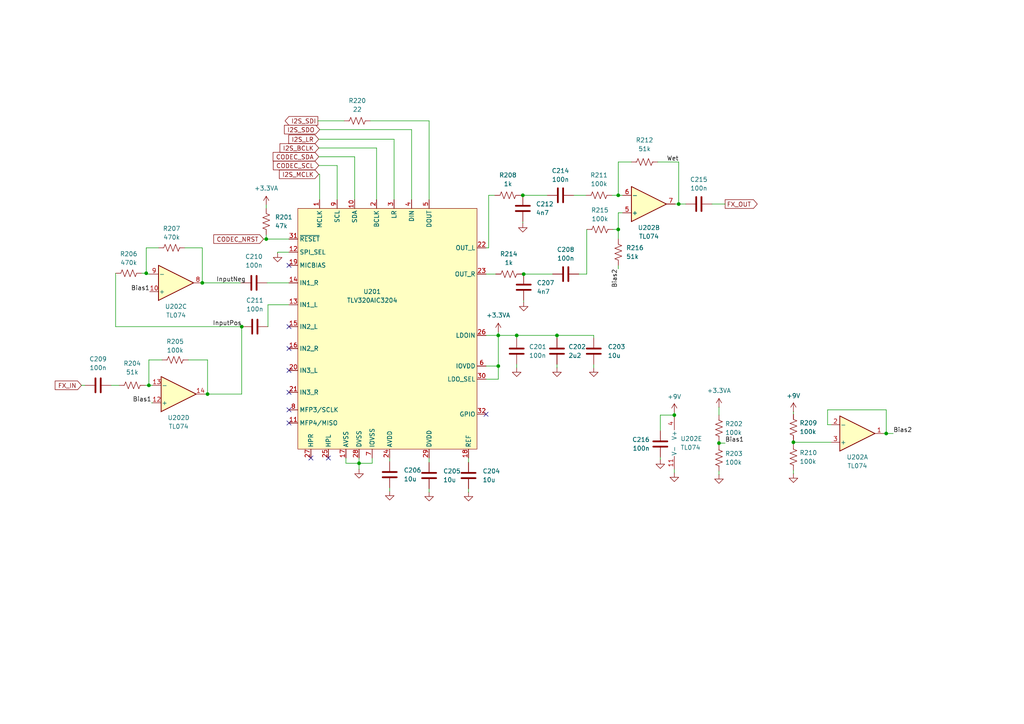
<source format=kicad_sch>
(kicad_sch (version 20231120) (generator "eeschema") (generator_version "8.0")
  (paper "A4")
  (lib_symbols
    (symbol "Amplifier_Operational:TL074" (pin_names (offset 0.127))
      (property "Reference" "U" (at 0 5.08 0))
      (property "Value" "TL074" (at 0 -5.08 0))
      (symbol "TL074_1_1"
        (polyline (pts (xy -5.08 5.08) (xy 5.08 0) (xy -5.08 -5.08) (xy -5.08 5.08)) (stroke (width 0.254)) (fill (type background)))
        (pin output line (at 7.62 0 180) (length 2.54) (name "~") (number "1"))
        (pin input line (at -7.62 -2.54 0) (length 2.54) (name "-") (number "2"))
        (pin input line (at -7.62 2.54 0) (length 2.54) (name "+") (number "3"))
      )
      (symbol "TL074_2_1"
        (polyline (pts (xy -5.08 5.08) (xy 5.08 0) (xy -5.08 -5.08) (xy -5.08 5.08)) (stroke (width 0.254)) (fill (type background)))
        (pin input line (at -7.62 2.54 0) (length 2.54) (name "+") (number "5"))
        (pin input line (at -7.62 -2.54 0) (length 2.54) (name "-") (number "6"))
        (pin output line (at 7.62 0 180) (length 2.54) (name "~") (number "7"))
      )
      (symbol "TL074_3_1"
        (polyline (pts (xy -5.08 5.08) (xy 5.08 0) (xy -5.08 -5.08) (xy -5.08 5.08)) (stroke (width 0.254)) (fill (type background)))
        (pin input line (at -7.62 2.54 0) (length 2.54) (name "+") (number "10"))
        (pin output line (at 7.62 0 180) (length 2.54) (name "~") (number "8"))
        (pin input line (at -7.62 -2.54 0) (length 2.54) (name "-") (number "9"))
      )
      (symbol "TL074_4_1"
        (polyline (pts (xy -5.08 5.08) (xy 5.08 0) (xy -5.08 -5.08) (xy -5.08 5.08)) (stroke (width 0.254)) (fill (type background)))
        (pin input line (at -7.62 2.54 0) (length 2.54) (name "+") (number "12"))
        (pin input line (at -7.62 -2.54 0) (length 2.54) (name "-") (number "13"))
        (pin output line (at 7.62 0 180) (length 2.54) (name "~") (number "14"))
      )
      (symbol "TL074_5_1"
        (pin power_in line (at -2.54 -7.62 90) (length 3.81) (name "V-") (number "11"))
        (pin power_in line (at -2.54 7.62 270) (length 3.81) (name "V+") (number "4"))
      )
    )
    (symbol "Audio:TLV320AIC3204"
      (property "Reference" "U" (at 0 0 0))
      (property "Value" "TLV320AIC3204" (at 0 -2.794 0))
      (symbol "TLV320AIC3204_1_1"
        (rectangle (start -21.55 25.4) (end 30.4 -44.4) (fill (type background)))
        (pin input line (at -15.24 27.94 270) (length 2.54) (name "MCLK") (number "1"))
        (pin input line (at -5.08 27.94 270) (length 2.54) (name "SDA") (number "10"))
        (pin output line (at -24.13 -36.83 0) (length 2.54) (name "MFP4/MISO") (number "11"))
        (pin input line (at -24.13 12.7 0) (length 2.54) (name "SPI_SEL") (number "12"))
        (pin input line (at -24.13 -2.54 0) (length 2.54) (name "IN1_L") (number "13"))
        (pin input line (at -24.13 3.81 0) (length 2.54) (name "IN1_R") (number "14"))
        (pin input line (at -24.13 -8.89 0) (length 2.54) (name "IN2_L") (number "15"))
        (pin input line (at -24.13 -15.24 0) (length 2.54) (name "IN2_R") (number "16"))
        (pin power_in line (at -7.62 -46.99 90) (length 2.54) (name "AVSS") (number "17"))
        (pin output line (at 27.94 -46.99 90) (length 2.54) (name "REF") (number "18"))
        (pin output line (at -24.13 8.89 0) (length 2.54) (name "MICBIAS") (number "19"))
        (pin input line (at 1.27 27.94 270) (length 2.54) (name "BCLK") (number "2"))
        (pin input line (at -24.13 -21.59 0) (length 2.54) (name "IN3_L") (number "20"))
        (pin input line (at -24.13 -27.94 0) (length 2.54) (name "IN3_R") (number "21"))
        (pin output line (at 33.02 13.97 180) (length 2.54) (name "OUT_L") (number "22"))
        (pin output line (at 33.02 6.35 180) (length 2.54) (name "OUT_R") (number "23"))
        (pin power_in line (at 5.08 -46.99 90) (length 2.54) (name "AVDD") (number "24"))
        (pin output line (at -12.7 -46.99 90) (length 2.54) (name "HPL") (number "25"))
        (pin power_in line (at 33.02 -11.43 180) (length 2.54) (name "LDOIN") (number "26"))
        (pin input line (at -17.78 -46.99 90) (length 2.54) (name "HPR") (number "27"))
        (pin power_in line (at -3.81 -46.99 90) (length 2.54) (name "DVSS") (number "28"))
        (pin power_in line (at 16.51 -46.99 90) (length 2.54) (name "DVDD") (number "29"))
        (pin input line (at 6.35 27.94 270) (length 2.54) (name "LR") (number "3"))
        (pin input line (at 33.02 -24.13 180) (length 2.54) (name "LDO_SEL") (number "30"))
        (pin input line (at -24.13 16.51 0) (length 2.54) (name "~{RESET}") (number "31"))
        (pin unspecified line (at 33.02 -34.29 180) (length 2.54) (name "GPIO") (number "32"))
        (pin input line (at -3.81 -46.99 90) (length 2.54) hide (name "TP") (number "33"))
        (pin input line (at 11.43 27.94 270) (length 2.54) (name "DIN") (number "4"))
        (pin output line (at 16.51 27.94 270) (length 2.54) (name "DOUT") (number "5"))
        (pin power_in line (at 33.02 -20.32 180) (length 2.54) (name "IOVDD") (number "6"))
        (pin power_in line (at 0 -46.99 90) (length 2.54) (name "IOVSS") (number "7"))
        (pin input line (at -24.13 -33.02 0) (length 2.54) (name "MFP3/SCLK") (number "8"))
        (pin input line (at -10.16 27.94 270) (length 2.54) (name "SCL") (number "9"))
      )
    )
    (symbol "Device:C" (pin_numbers hide) (pin_names (offset 0.254))
      (property "Reference" "C" (at 0.635 2.54 0))
      (property "Value" "C" (at 0.635 -2.54 0))
      (symbol "C_0_1"
        (polyline (pts (xy -2.032 -0.762) (xy 2.032 -0.762)) (stroke (width 0.508)))
        (polyline (pts (xy -2.032 0.762) (xy 2.032 0.762)) (stroke (width 0.508)))
      )
      (symbol "C_1_1"
        (pin passive line (at 0 3.81 270) (length 2.794) (name "~") (number "1"))
        (pin passive line (at 0 -3.81 90) (length 2.794) (name "~") (number "2"))
      )
    )
    (symbol "Device:R_US" (pin_numbers hide) (pin_names (offset 0))
      (property "Reference" "R" (at 2.54 0 90))
      (property "Value" "R_US" (at -2.54 0 90))
      (symbol "R_US_0_1"
        (polyline (pts (xy 0 -2.286) (xy 0 -2.54)))
        (polyline (pts (xy 0 2.286) (xy 0 2.54)))
        (polyline (pts (xy 0 -0.762) (xy 1.016 -1.143) (xy 0 -1.524) (xy -1.016 -1.905) (xy 0 -2.286)))
        (polyline (pts (xy 0 0.762) (xy 1.016 0.381) (xy 0 0) (xy -1.016 -0.381) (xy 0 -0.762)))
        (polyline (pts (xy 0 2.286) (xy 1.016 1.905) (xy 0 1.524) (xy -1.016 1.143) (xy 0 0.762)))
      )
      (symbol "R_US_1_1"
        (pin passive line (at 0 3.81 270) (length 1.27) (name "~") (number "1"))
        (pin passive line (at 0 -3.81 90) (length 1.27) (name "~") (number "2"))
      )
    )
    (symbol "power:+3.3VA" (power) (pin_numbers hide) (pin_names (offset 0) hide)
      (property "Value" "+3.3VA" (at 0 3.556 0))
      (symbol "+3.3VA_0_1"
        (polyline (pts (xy -0.762 1.27) (xy 0 2.54)))
        (polyline (pts (xy 0 0) (xy 0 2.54)))
        (polyline (pts (xy 0 2.54) (xy 0.762 1.27)))
      )
      (symbol "+3.3VA_1_1"
        (pin power_in line (at 0 0 90) (length 0) (name "~") (number "1"))
      )
    )
    (symbol "power:+9V" (power) (pin_numbers hide) (pin_names (offset 0) hide)
      (property "Value" "+9V" (at 0 3.556 0))
      (symbol "+9V_0_1"
        (polyline (pts (xy -0.762 1.27) (xy 0 2.54)))
        (polyline (pts (xy 0 0) (xy 0 2.54)))
        (polyline (pts (xy 0 2.54) (xy 0.762 1.27)))
      )
      (symbol "+9V_1_1"
        (pin power_in line (at 0 0 90) (length 0) (name "~") (number "1"))
      )
    )
    (symbol "power:GND" (power) (pin_numbers hide) (pin_names (offset 0) hide)
      (symbol "GND_0_1"
        (polyline (pts (xy 0 0) (xy 0 -1.27) (xy 1.27 -1.27) (xy 0 -2.54) (xy -1.27 -1.27) (xy 0 -1.27)))
      )
      (symbol "GND_1_1"
        (pin power_in line (at 0 0 270) (length 0) (name "~") (number "1"))
      )
    )
  )
  (junction (at 161.544 97.282))
  (junction (at 179.324 66.548))
  (junction (at 179.324 56.642))
  (junction (at 195.58 120.396))
  (junction (at 257.048 125.73))
  (junction (at 196.85 59.182))
  (junction (at 70.104 94.742))
  (junction (at 60.198 114.3))
  (junction (at 104.14 134.366))
  (junction (at 77.216 69.342))
  (junction (at 144.526 106.172))
  (junction (at 43.18 111.76))
  (junction (at 151.638 56.642))
  (junction (at 151.892 79.502))
  (junction (at 42.418 79.248))
  (junction (at 144.526 97.282))
  (junction (at 58.674 82.042))
  (junction (at 149.86 97.282))
  (junction (at 230.124 128.27))
  (junction (at 208.534 128.524))
  (no_connect (at 83.82 118.872))
  (no_connect (at 83.82 113.792))
  (no_connect (at 140.97 120.142))
  (no_connect (at 90.17 132.842))
  (no_connect (at 83.82 107.442))
  (no_connect (at 83.82 94.742))
  (no_connect (at 95.25 132.842))
  (no_connect (at 83.82 101.092))
  (no_connect (at 83.82 122.682))
  (no_connect (at 83.82 76.962))
  (wire (pts (xy 144.526 106.172) (xy 144.526 97.282)))
  (wire (pts (xy 177.8 66.548) (xy 179.324 66.548)))
  (wire (pts (xy 179.324 66.548) (xy 179.324 69.342)))
  (wire (pts (xy 92.456 50.546) (xy 92.71 50.546)))
  (wire (pts (xy 191.516 124.968) (xy 191.516 120.396)))
  (wire (pts (xy 109.22 42.926) (xy 109.22 57.912)))
  (wire (pts (xy 102.87 45.466) (xy 102.87 57.912)))
  (wire (pts (xy 177.546 56.642) (xy 179.324 56.642)))
  (wire (pts (xy 141.732 71.882) (xy 140.97 71.882)))
  (wire (pts (xy 240.03 123.19) (xy 240.03 118.872)))
  (wire (pts (xy 100.33 134.366) (xy 104.14 134.366)))
  (wire (pts (xy 208.534 136.652) (xy 208.534 137.668)))
  (wire (pts (xy 230.124 119.38) (xy 230.124 120.142)))
  (wire (pts (xy 179.324 56.642) (xy 180.594 56.642)))
  (wire (pts (xy 195.58 120.396) (xy 195.58 120.904)))
  (wire (pts (xy 208.534 128.524) (xy 210.312 128.524)))
  (wire (pts (xy 70.104 114.3) (xy 70.104 94.742)))
  (wire (pts (xy 241.046 123.19) (xy 240.03 123.19)))
  (wire (pts (xy 144.526 96.266) (xy 144.526 97.282)))
  (wire (pts (xy 77.216 69.342) (xy 77.216 68.072)))
  (wire (pts (xy 119.38 37.592) (xy 119.38 57.912)))
  (wire (pts (xy 151.384 79.502) (xy 151.892 79.502)))
  (wire (pts (xy 166.37 56.642) (xy 169.926 56.642)))
  (wire (pts (xy 230.124 128.27) (xy 241.046 128.27)))
  (wire (pts (xy 43.18 111.76) (xy 44.196 111.76)))
  (wire (pts (xy 151.13 56.642) (xy 151.638 56.642)))
  (wire (pts (xy 140.97 79.502) (xy 143.764 79.502)))
  (wire (pts (xy 151.638 56.642) (xy 158.75 56.642)))
  (wire (pts (xy 179.324 46.99) (xy 179.324 56.642)))
  (wire (pts (xy 179.324 76.962) (xy 179.324 77.978)))
  (wire (pts (xy 32.258 111.76) (xy 34.544 111.76)))
  (wire (pts (xy 54.61 104.394) (xy 60.198 104.394)))
  (wire (pts (xy 257.048 118.872) (xy 257.048 125.73)))
  (wire (pts (xy 144.526 109.982) (xy 144.526 106.172)))
  (wire (pts (xy 97.79 48.006) (xy 97.79 57.912)))
  (wire (pts (xy 113.03 132.842) (xy 113.03 133.858)))
  (wire (pts (xy 208.534 128.016) (xy 208.534 128.524)))
  (wire (pts (xy 135.89 132.842) (xy 135.89 134.112)))
  (wire (pts (xy 107.95 134.366) (xy 104.14 134.366)))
  (wire (pts (xy 76.454 69.342) (xy 77.216 69.342)))
  (wire (pts (xy 141.732 56.642) (xy 143.51 56.642)))
  (wire (pts (xy 83.82 88.392) (xy 77.724 88.392)))
  (wire (pts (xy 92.456 40.386) (xy 114.3 40.386)))
  (wire (pts (xy 149.86 98.044) (xy 149.86 97.282)))
  (wire (pts (xy 195.58 136.144) (xy 195.58 137.16)))
  (wire (pts (xy 45.974 71.882) (xy 42.418 71.882)))
  (wire (pts (xy 113.03 141.478) (xy 113.03 142.494)))
  (wire (pts (xy 230.124 128.27) (xy 230.124 128.778)))
  (wire (pts (xy 80.518 73.406) (xy 80.518 73.152)))
  (wire (pts (xy 92.456 42.926) (xy 109.22 42.926)))
  (wire (pts (xy 161.544 97.282) (xy 149.86 97.282)))
  (wire (pts (xy 58.674 71.882) (xy 58.674 82.042)))
  (wire (pts (xy 206.502 59.182) (xy 210.312 59.182)))
  (wire (pts (xy 92.202 35.052) (xy 99.822 35.052)))
  (wire (pts (xy 107.95 132.842) (xy 107.95 134.366)))
  (wire (pts (xy 92.456 45.466) (xy 102.87 45.466)))
  (wire (pts (xy 196.85 59.182) (xy 198.882 59.182)))
  (wire (pts (xy 77.216 59.436) (xy 77.216 60.452)))
  (wire (pts (xy 170.18 79.502) (xy 167.894 79.502)))
  (wire (pts (xy 172.212 97.282) (xy 161.544 97.282)))
  (wire (pts (xy 140.97 106.172) (xy 144.526 106.172)))
  (wire (pts (xy 179.324 66.548) (xy 179.324 61.722)))
  (wire (pts (xy 92.71 50.546) (xy 92.71 57.912)))
  (wire (pts (xy 170.18 66.548) (xy 170.18 79.502)))
  (wire (pts (xy 100.33 132.842) (xy 100.33 134.366)))
  (wire (pts (xy 43.18 104.394) (xy 43.18 111.76)))
  (wire (pts (xy 42.418 71.882) (xy 42.418 79.248)))
  (wire (pts (xy 33.528 79.248) (xy 33.528 94.742)))
  (wire (pts (xy 124.46 141.732) (xy 124.46 142.748)))
  (wire (pts (xy 140.97 109.982) (xy 144.526 109.982)))
  (wire (pts (xy 60.198 114.3) (xy 70.104 114.3)))
  (wire (pts (xy 179.324 61.722) (xy 180.594 61.722)))
  (wire (pts (xy 53.594 71.882) (xy 58.674 71.882)))
  (wire (pts (xy 77.724 88.392) (xy 77.724 94.742)))
  (wire (pts (xy 195.58 119.634) (xy 195.58 120.396)))
  (wire (pts (xy 149.86 105.664) (xy 149.86 106.68)))
  (wire (pts (xy 124.46 132.842) (xy 124.46 134.112)))
  (wire (pts (xy 42.418 79.502) (xy 42.418 79.248)))
  (wire (pts (xy 104.14 132.842) (xy 104.14 134.366)))
  (wire (pts (xy 230.124 136.398) (xy 230.124 137.414)))
  (wire (pts (xy 161.544 97.282) (xy 161.544 98.044)))
  (wire (pts (xy 107.442 35.052) (xy 124.46 35.052)))
  (wire (pts (xy 92.456 48.006) (xy 97.79 48.006)))
  (wire (pts (xy 144.526 97.282) (xy 140.97 97.282)))
  (wire (pts (xy 230.124 127.762) (xy 230.124 128.27)))
  (wire (pts (xy 141.732 56.642) (xy 141.732 71.882)))
  (wire (pts (xy 183.134 46.99) (xy 179.324 46.99)))
  (wire (pts (xy 114.3 40.386) (xy 114.3 57.912)))
  (wire (pts (xy 191.516 120.396) (xy 195.58 120.396)))
  (wire (pts (xy 151.638 64.262) (xy 151.638 64.77)))
  (wire (pts (xy 172.212 105.664) (xy 172.212 106.68)))
  (wire (pts (xy 42.418 79.502) (xy 43.434 79.502)))
  (wire (pts (xy 42.164 111.76) (xy 43.18 111.76)))
  (wire (pts (xy 83.82 69.342) (xy 77.216 69.342)))
  (wire (pts (xy 190.754 46.99) (xy 196.85 46.99)))
  (wire (pts (xy 257.048 125.73) (xy 256.286 125.73)))
  (wire (pts (xy 58.674 82.042) (xy 69.85 82.042)))
  (wire (pts (xy 135.89 141.732) (xy 135.89 142.748)))
  (wire (pts (xy 151.892 87.122) (xy 151.892 87.63)))
  (wire (pts (xy 33.528 94.742) (xy 70.104 94.742)))
  (wire (pts (xy 240.03 118.872) (xy 257.048 118.872)))
  (wire (pts (xy 46.99 104.394) (xy 43.18 104.394)))
  (wire (pts (xy 41.148 79.248) (xy 42.418 79.248)))
  (wire (pts (xy 151.892 79.502) (xy 160.274 79.502)))
  (wire (pts (xy 191.516 132.588) (xy 191.516 133.35)))
  (wire (pts (xy 196.85 46.99) (xy 196.85 59.182)))
  (wire (pts (xy 257.048 125.73) (xy 259.08 125.73)))
  (wire (pts (xy 43.942 116.84) (xy 44.196 116.84)))
  (wire (pts (xy 92.71 37.592) (xy 119.38 37.592)))
  (wire (pts (xy 149.86 97.282) (xy 144.526 97.282)))
  (wire (pts (xy 59.436 114.3) (xy 60.198 114.3)))
  (wire (pts (xy 161.544 105.664) (xy 161.544 106.68)))
  (wire (pts (xy 196.85 59.182) (xy 195.834 59.182)))
  (wire (pts (xy 104.14 134.366) (xy 104.14 136.144)))
  (wire (pts (xy 77.47 82.042) (xy 83.82 82.042)))
  (wire (pts (xy 60.198 104.394) (xy 60.198 114.3)))
  (wire (pts (xy 124.46 35.052) (xy 124.46 57.912)))
  (wire (pts (xy 23.622 111.76) (xy 24.638 111.76)))
  (wire (pts (xy 208.534 118.11) (xy 208.534 120.396)))
  (wire (pts (xy 208.534 128.524) (xy 208.534 129.032)))
  (wire (pts (xy 80.518 73.152) (xy 83.82 73.152)))
  (wire (pts (xy 172.212 98.044) (xy 172.212 97.282)))
  (label "InputNeg" (at 62.738 82.042 0))
  (label "Bias2" (at 259.08 125.73 0))
  (label "InputPos" (at 70.104 94.742 180))
  (label "Bias2" (at 179.324 77.978 270))
  (label "Wet" (at 196.85 46.99 180))
  (label "Bias1" (at 43.434 84.582 180))
  (label "Bias1" (at 210.312 128.524 0))
  (label "Bias1" (at 43.942 116.84 180))
  (global_label "FX_IN" (shape input) (at 23.622 111.76 180) (property "Intersheetrefs" "${INTERSHEET_REFS}" (effects (hide yes))))
  (global_label "CODEC_NRST" (shape input) (at 76.454 69.342 180) (property "Intersheetrefs" "${INTERSHEET_REFS}" (effects (hide yes))))
  (global_label "I2S_MCLK" (shape input) (at 92.456 50.546 180) (property "Intersheetrefs" "${INTERSHEET_REFS}" (effects (hide yes))))
  (global_label "I2S_SDI" (shape output) (at 92.202 35.052 180) (property "Intersheetrefs" "${INTERSHEET_REFS}" (effects (hide yes))))
  (global_label "I2S_LR" (shape input) (at 92.456 40.386 180) (property "Intersheetrefs" "${INTERSHEET_REFS}" (effects (hide yes))))
  (global_label "I2S_BCLK" (shape input) (at 92.456 42.926 180) (property "Intersheetrefs" "${INTERSHEET_REFS}" (effects (hide yes))))
  (global_label "FX_OUT" (shape output) (at 210.312 59.182 0) (property "Intersheetrefs" "${INTERSHEET_REFS}" (effects (hide yes))))
  (global_label "CODEC_SDA" (shape input) (at 92.456 45.466 180) (property "Intersheetrefs" "${INTERSHEET_REFS}" (effects (hide yes))))
  (global_label "I2S_SDO" (shape input) (at 92.71 37.592 180) (property "Intersheetrefs" "${INTERSHEET_REFS}" (effects (hide yes))))
  (global_label "CODEC_SCL" (shape input) (at 92.456 48.006 180) (property "Intersheetrefs" "${INTERSHEET_REFS}" (effects (hide yes))))
  (symbol (lib_id "Device:R_US") (at 147.32 56.642 90) (unit 1)
    (property "Reference" "R208" (at 147.32 50.8 90))
    (property "Value" "1k" (at 147.32 53.34 90))
    (property "Footprint" "Resistor_SMD:R_0805_2012Metric" (effects (hide yes)))
    (property "Description" "Resistor, US symbol" (effects (hide yes)))
  )
  (symbol (lib_id "power:+3.3VA") (at 208.534 118.11 0) (unit 1)
    (property "Reference" "#PWR0213" (effects (hide yes)))
    (property "Value" "+3.3VA" (at 208.534 113.284 0))
    (property "Description" "Power symbol creates a global label with name \"+3.3VA\"" (effects (hide yes)))
  )
  (symbol (lib_id "power:GND") (at 195.58 137.16 0) (unit 1)
    (property "Reference" "#PWR0224" (effects (hide yes)))
    (property "Value" "GND" (effects (hide yes)))
    (property "Description" "Power symbol creates a global label with name \"GND\" , ground" (effects (hide yes)))
  )
  (symbol (lib_id "Device:R_US") (at 37.338 79.248 90) (unit 1)
    (property "Reference" "R206" (at 37.338 73.66 90))
    (property "Value" "470k" (at 37.338 76.2 90))
    (property "Footprint" "Resistor_SMD:R_0805_2012Metric" (effects (hide yes)))
    (property "Description" "Resistor, US symbol" (effects (hide yes)))
  )
  (symbol (lib_id "power:GND") (at 149.86 106.68 0) (unit 1)
    (property "Reference" "#PWR0202" (effects (hide yes)))
    (property "Value" "GND" (effects (hide yes)))
    (property "Description" "Power symbol creates a global label with name \"GND\" , ground" (effects (hide yes)))
  )
  (symbol (lib_id "Audio:TLV320AIC3204") (at 107.95 85.852 0) (unit 1)
    (property "Reference" "U201" (at 107.95 84.582 0))
    (property "Value" "TLV320AIC3204" (at 107.95 87.122 0))
    (property "Footprint" "Package_DFN_QFN:VQFN-32-1EP_5x5mm_P0.5mm_EP3.1x3.1mm" (effects (hide yes)))
  )
  (symbol (lib_id "power:+3.3VA") (at 77.216 59.436 0) (unit 1)
    (property "Reference" "#PWR0209" (effects (hide yes)))
    (property "Value" "+3.3VA" (at 77.216 54.61 0))
    (property "Description" "Power symbol creates a global label with name \"+3.3VA\"" (effects (hide yes)))
  )
  (symbol (lib_id "Device:C") (at 113.03 137.668 0) (unit 1)
    (property "Reference" "C206" (at 117.094 136.3979 0) (effects (justify left)))
    (property "Value" "10u" (at 117.094 138.9379 0) (effects (justify left)))
    (property "Footprint" "Capacitor_SMD:C_0805_2012Metric" (effects (hide yes)))
    (property "Description" "Unpolarized capacitor" (effects (hide yes)))
  )
  (symbol (lib_id "Device:R_US") (at 49.784 71.882 90) (unit 1)
    (property "Reference" "R207" (at 49.784 66.294 90))
    (property "Value" "470k" (at 49.784 68.834 90))
    (property "Footprint" "Resistor_SMD:R_0805_2012Metric" (effects (hide yes)))
    (property "Description" "Resistor, US symbol" (effects (hide yes)))
  )
  (symbol (lib_id "Device:R_US") (at 38.354 111.76 90) (unit 1)
    (property "Reference" "R204" (at 38.354 105.41 90))
    (property "Value" "51k" (at 38.354 107.95 90))
    (property "Footprint" "Resistor_SMD:R_0805_2012Metric" (effects (hide yes)))
    (property "Description" "Resistor, US symbol" (effects (hide yes)))
  )
  (symbol (lib_id "Device:C") (at 124.46 137.922 0) (unit 1)
    (property "Reference" "C205" (at 128.524 136.6519 0) (effects (justify left)))
    (property "Value" "10u" (at 128.524 139.1919 0) (effects (justify left)))
    (property "Footprint" "Capacitor_SMD:C_0805_2012Metric" (effects (hide yes)))
    (property "Description" "Unpolarized capacitor" (effects (hide yes)))
  )
  (symbol (lib_id "Amplifier_Operational:TL074") (at 51.054 82.042 0) (mirror x) (unit 3)
    (property "Reference" "U202" (at 51.054 88.9 0))
    (property "Value" "TL074" (at 51.054 91.44 0))
    (property "Footprint" "Package_SO:SOIC-14_3.9x8.7mm_P1.27mm" (effects (hide yes)))
    (property "Datasheet" "http://www.ti.com/lit/ds/symlink/tl071.pdf" (effects (hide yes)))
    (property "Description" "Quad Low-Noise JFET-Input Operational Amplifiers, DIP-14/SOIC-14" (effects (hide yes)))
  )
  (symbol (lib_id "Device:C") (at 161.544 101.854 0) (unit 1)
    (property "Reference" "C202" (at 164.846 100.5839 0) (effects (justify left)))
    (property "Value" "2u2" (at 164.846 103.1239 0) (effects (justify left)))
    (property "Footprint" "Capacitor_SMD:C_0805_2012Metric" (effects (hide yes)))
    (property "Description" "Unpolarized capacitor" (effects (hide yes)))
  )
  (symbol (lib_id "power:+3.3VA") (at 144.526 96.266 0) (unit 1)
    (property "Reference" "#PWR0201" (effects (hide yes)))
    (property "Value" "+3.3VA" (at 144.526 91.44 0))
    (property "Description" "Power symbol creates a global label with name \"+3.3VA\"" (effects (hide yes)))
  )
  (symbol (lib_id "Device:C") (at 28.448 111.76 90) (unit 1)
    (property "Reference" "C209" (at 28.448 104.14 90))
    (property "Value" "100n" (at 28.448 106.68 90))
    (property "Footprint" "Capacitor_SMD:C_0805_2012Metric" (effects (hide yes)))
    (property "Description" "Unpolarized capacitor" (effects (hide yes)))
  )
  (symbol (lib_id "Device:R_US") (at 173.99 66.548 90) (unit 1)
    (property "Reference" "R215" (at 173.99 60.96 90))
    (property "Value" "100k" (at 173.99 63.5 90))
    (property "Footprint" "Resistor_SMD:R_0805_2012Metric" (effects (hide yes)))
    (property "Description" "Resistor, US symbol" (effects (hide yes)))
  )
  (symbol (lib_id "power:+9V") (at 230.124 119.38 0) (unit 1)
    (property "Reference" "#PWR0219" (effects (hide yes)))
    (property "Value" "+9V" (at 230.124 114.808 0))
    (property "Description" "Power symbol creates a global label with name \"+9V\"" (effects (hide yes)))
  )
  (symbol (lib_id "Amplifier_Operational:TL074") (at 51.816 114.3 0) (mirror x) (unit 4)
    (property "Reference" "U202" (at 51.816 121.158 0))
    (property "Value" "TL074" (at 51.816 123.698 0))
    (property "Footprint" "Package_SO:SOIC-14_3.9x8.7mm_P1.27mm" (effects (hide yes)))
    (property "Datasheet" "http://www.ti.com/lit/ds/symlink/tl071.pdf" (effects (hide yes)))
    (property "Description" "Quad Low-Noise JFET-Input Operational Amplifiers, DIP-14/SOIC-14" (effects (hide yes)))
  )
  (symbol (lib_id "Device:C") (at 172.212 101.854 0) (unit 1)
    (property "Reference" "C203" (at 176.276 100.5839 0) (effects (justify left)))
    (property "Value" "10u" (at 176.276 103.1239 0) (effects (justify left)))
    (property "Footprint" "Capacitor_SMD:C_0805_2012Metric" (effects (hide yes)))
    (property "Description" "Unpolarized capacitor" (effects (hide yes)))
  )
  (symbol (lib_id "Device:C") (at 73.914 94.742 90) (unit 1)
    (property "Reference" "C211" (at 73.914 87.122 90))
    (property "Value" "100n" (at 73.914 89.662 90))
    (property "Footprint" "Capacitor_SMD:C_0805_2012Metric" (effects (hide yes)))
    (property "Description" "Unpolarized capacitor" (effects (hide yes)))
  )
  (symbol (lib_id "Device:C") (at 151.892 83.312 0) (unit 1)
    (property "Reference" "C207" (at 155.702 82.0419 0) (effects (justify left)))
    (property "Value" "4n7" (at 155.702 84.5819 0) (effects (justify left)))
    (property "Footprint" "Capacitor_SMD:C_0805_2012Metric" (effects (hide yes)))
    (property "Description" "Unpolarized capacitor" (effects (hide yes)))
  )
  (symbol (lib_id "power:GND") (at 135.89 142.748 0) (unit 1)
    (property "Reference" "#PWR0205" (effects (hide yes)))
    (property "Value" "GND" (effects (hide yes)))
    (property "Description" "Power symbol creates a global label with name \"GND\" , ground" (effects (hide yes)))
  )
  (symbol (lib_id "Device:C") (at 151.638 60.452 0) (unit 1)
    (property "Reference" "C212" (at 155.448 59.1819 0) (effects (justify left)))
    (property "Value" "4n7" (at 155.448 61.7219 0) (effects (justify left)))
    (property "Footprint" "Capacitor_SMD:C_0805_2012Metric" (effects (hide yes)))
    (property "Description" "Unpolarized capacitor" (effects (hide yes)))
  )
  (symbol (lib_id "power:GND") (at 151.892 87.63 0) (unit 1)
    (property "Reference" "#PWR0211" (effects (hide yes)))
    (property "Value" "GND" (effects (hide yes)))
    (property "Description" "Power symbol creates a global label with name \"GND\" , ground" (effects (hide yes)))
  )
  (symbol (lib_id "Device:C") (at 202.692 59.182 90) (unit 1)
    (property "Reference" "C215" (at 202.692 52.07 90))
    (property "Value" "100n" (at 202.692 54.61 90))
    (property "Footprint" "Capacitor_SMD:C_0805_2012Metric" (effects (hide yes)))
    (property "Description" "Unpolarized capacitor" (effects (hide yes)))
  )
  (symbol (lib_id "power:GND") (at 172.212 106.68 0) (unit 1)
    (property "Reference" "#PWR0204" (effects (hide yes)))
    (property "Value" "GND" (effects (hide yes)))
    (property "Description" "Power symbol creates a global label with name \"GND\" , ground" (effects (hide yes)))
  )
  (symbol (lib_id "Device:R_US") (at 50.8 104.394 90) (unit 1)
    (property "Reference" "R205" (at 50.8 99.06 90))
    (property "Value" "100k" (at 50.8 101.6 90))
    (property "Footprint" "Resistor_SMD:R_0805_2012Metric" (effects (hide yes)))
    (property "Description" "Resistor, US symbol" (effects (hide yes)))
  )
  (symbol (lib_id "power:GND") (at 124.46 142.748 0) (unit 1)
    (property "Reference" "#PWR0206" (effects (hide yes)))
    (property "Value" "GND" (effects (hide yes)))
    (property "Description" "Power symbol creates a global label with name \"GND\" , ground" (effects (hide yes)))
  )
  (symbol (lib_id "Amplifier_Operational:TL074") (at 188.214 59.182 0) (mirror x) (unit 2)
    (property "Reference" "U202" (at 188.214 66.04 0))
    (property "Value" "TL074" (at 188.214 68.58 0))
    (property "Footprint" "Package_SO:SOIC-14_3.9x8.7mm_P1.27mm" (effects (hide yes)))
    (property "Datasheet" "http://www.ti.com/lit/ds/symlink/tl071.pdf" (effects (hide yes)))
    (property "Description" "Quad Low-Noise JFET-Input Operational Amplifiers, DIP-14/SOIC-14" (effects (hide yes)))
  )
  (symbol (lib_id "power:GND") (at 208.534 137.668 0) (unit 1)
    (property "Reference" "#PWR0215" (effects (hide yes)))
    (property "Value" "GND" (effects (hide yes)))
    (property "Description" "Power symbol creates a global label with name \"GND\" , ground" (effects (hide yes)))
  )
  (symbol (lib_id "power:GND") (at 113.03 142.494 0) (unit 1)
    (property "Reference" "#PWR0207" (effects (hide yes)))
    (property "Value" "GND" (effects (hide yes)))
    (property "Description" "Power symbol creates a global label with name \"GND\" , ground" (effects (hide yes)))
  )
  (symbol (lib_id "Device:R_US") (at 208.534 124.206 0) (unit 1)
    (property "Reference" "R202" (at 210.312 122.9359 0) (effects (justify left)))
    (property "Value" "100k" (at 210.312 125.4759 0) (effects (justify left)))
    (property "Footprint" "Resistor_SMD:R_0805_2012Metric" (effects (hide yes)))
    (property "Description" "Resistor, US symbol" (effects (hide yes)))
  )
  (symbol (lib_id "Device:C") (at 164.084 79.502 90) (unit 1)
    (property "Reference" "C208" (at 164.084 72.39 90))
    (property "Value" "100n" (at 164.084 74.93 90))
    (property "Footprint" "Capacitor_SMD:C_0805_2012Metric" (effects (hide yes)))
    (property "Description" "Unpolarized capacitor" (effects (hide yes)))
  )
  (symbol (lib_id "power:GND") (at 104.14 136.144 0) (unit 1)
    (property "Reference" "#PWR0208" (effects (hide yes)))
    (property "Value" "GND" (effects (hide yes)))
    (property "Description" "Power symbol creates a global label with name \"GND\" , ground" (effects (hide yes)))
  )
  (symbol (lib_id "power:GND") (at 161.544 106.68 0) (unit 1)
    (property "Reference" "#PWR0203" (effects (hide yes)))
    (property "Value" "GND" (effects (hide yes)))
    (property "Description" "Power symbol creates a global label with name \"GND\" , ground" (effects (hide yes)))
  )
  (symbol (lib_id "Device:R_US") (at 208.534 132.842 0) (unit 1)
    (property "Reference" "R203" (at 210.312 131.5719 0) (effects (justify left)))
    (property "Value" "100k" (at 210.312 134.1119 0) (effects (justify left)))
    (property "Footprint" "Resistor_SMD:R_0805_2012Metric" (effects (hide yes)))
    (property "Description" "Resistor, US symbol" (effects (hide yes)))
  )
  (symbol (lib_id "power:GND") (at 80.518 73.406 0) (unit 1)
    (property "Reference" "#PWR0210" (effects (hide yes)))
    (property "Value" "GND" (effects (hide yes)))
    (property "Description" "Power symbol creates a global label with name \"GND\" , ground" (effects (hide yes)))
  )
  (symbol (lib_id "Device:R_US") (at 173.736 56.642 90) (unit 1)
    (property "Reference" "R211" (at 173.736 50.8 90))
    (property "Value" "100k" (at 173.736 53.34 90))
    (property "Footprint" "Resistor_SMD:R_0805_2012Metric" (effects (hide yes)))
    (property "Description" "Resistor, US symbol" (effects (hide yes)))
  )
  (symbol (lib_id "Device:R_US") (at 186.944 46.99 90) (unit 1)
    (property "Reference" "R212" (at 186.944 40.64 90))
    (property "Value" "51k" (at 186.944 43.18 90))
    (property "Footprint" "Resistor_SMD:R_0805_2012Metric" (effects (hide yes)))
    (property "Description" "Resistor, US symbol" (effects (hide yes)))
  )
  (symbol (lib_id "Device:C") (at 73.66 82.042 90) (unit 1)
    (property "Reference" "C210" (at 73.66 74.422 90))
    (property "Value" "100n" (at 73.66 76.962 90))
    (property "Footprint" "Capacitor_SMD:C_0805_2012Metric" (effects (hide yes)))
    (property "Description" "Unpolarized capacitor" (effects (hide yes)))
  )
  (symbol (lib_id "Device:R_US") (at 103.632 35.052 90) (unit 1)
    (property "Reference" "R220" (at 103.632 29.21 90))
    (property "Value" "22" (at 103.632 31.75 90))
    (property "Footprint" "Resistor_SMD:R_0805_2012Metric" (effects (hide yes)))
    (property "Description" "Resistor, US symbol" (effects (hide yes)))
  )
  (symbol (lib_id "Amplifier_Operational:TL074") (at 193.04 128.524 0) (mirror y) (unit 5)
    (property "Reference" "U202" (at 197.358 127.2539 0) (effects (justify right)))
    (property "Value" "TL074" (at 197.358 129.7939 0) (effects (justify right)))
    (property "Footprint" "Package_SO:SOIC-14_3.9x8.7mm_P1.27mm" (effects (hide yes)))
    (property "Datasheet" "http://www.ti.com/lit/ds/symlink/tl071.pdf" (effects (hide yes)))
    (property "Description" "Quad Low-Noise JFET-Input Operational Amplifiers, DIP-14/SOIC-14" (effects (hide yes)))
  )
  (symbol (lib_id "Device:C") (at 162.56 56.642 90) (unit 1)
    (property "Reference" "C214" (at 162.56 49.53 90))
    (property "Value" "100n" (at 162.56 52.07 90))
    (property "Footprint" "Capacitor_SMD:C_0805_2012Metric" (effects (hide yes)))
    (property "Description" "Unpolarized capacitor" (effects (hide yes)))
  )
  (symbol (lib_id "power:+9V") (at 195.58 119.634 0) (unit 1)
    (property "Reference" "#PWR0223" (effects (hide yes)))
    (property "Value" "+9V" (at 195.58 115.062 0))
    (property "Description" "Power symbol creates a global label with name \"+9V\"" (effects (hide yes)))
  )
  (symbol (lib_id "power:GND") (at 191.516 133.35 0) (unit 1)
    (property "Reference" "#PWR0222" (effects (hide yes)))
    (property "Value" "GND" (effects (hide yes)))
    (property "Description" "Power symbol creates a global label with name \"GND\" , ground" (effects (hide yes)))
  )
  (symbol (lib_id "Device:C") (at 135.89 137.922 0) (unit 1)
    (property "Reference" "C204" (at 139.954 136.6519 0) (effects (justify left)))
    (property "Value" "10u" (at 139.954 139.1919 0) (effects (justify left)))
    (property "Footprint" "Capacitor_SMD:C_0805_2012Metric" (effects (hide yes)))
    (property "Description" "Unpolarized capacitor" (effects (hide yes)))
  )
  (symbol (lib_id "Device:C") (at 149.86 101.854 0) (unit 1)
    (property "Reference" "C201" (at 153.416 100.5839 0) (effects (justify left)))
    (property "Value" "100n" (at 153.416 103.1239 0) (effects (justify left)))
    (property "Footprint" "Capacitor_SMD:C_0805_2012Metric" (effects (hide yes)))
    (property "Description" "Unpolarized capacitor" (effects (hide yes)))
  )
  (symbol (lib_id "Device:R_US") (at 179.324 73.152 0) (unit 1)
    (property "Reference" "R216" (at 181.61 71.8819 0) (effects (justify left)))
    (property "Value" "51k" (at 181.61 74.4219 0) (effects (justify left)))
    (property "Footprint" "Resistor_SMD:R_0805_2012Metric" (effects (hide yes)))
    (property "Description" "Resistor, US symbol" (effects (hide yes)))
  )
  (symbol (lib_id "Device:R_US") (at 230.124 132.588 0) (unit 1)
    (property "Reference" "R210" (at 231.902 131.3179 0) (effects (justify left)))
    (property "Value" "100k" (at 231.902 133.8579 0) (effects (justify left)))
    (property "Footprint" "Resistor_SMD:R_0805_2012Metric" (effects (hide yes)))
    (property "Description" "Resistor, US symbol" (effects (hide yes)))
  )
  (symbol (lib_id "Device:C") (at 191.516 128.778 0) (unit 1)
    (property "Reference" "C216" (at 188.468 127.5079 0) (effects (justify right)))
    (property "Value" "100n" (at 188.468 130.0479 0) (effects (justify right)))
    (property "Footprint" "Capacitor_SMD:C_0805_2012Metric" (effects (hide yes)))
    (property "Description" "Unpolarized capacitor" (effects (hide yes)))
  )
  (symbol (lib_id "power:GND") (at 230.124 137.414 0) (unit 1)
    (property "Reference" "#PWR0220" (effects (hide yes)))
    (property "Value" "GND" (effects (hide yes)))
    (property "Description" "Power symbol creates a global label with name \"GND\" , ground" (effects (hide yes)))
  )
  (symbol (lib_id "Amplifier_Operational:TL074") (at 248.666 125.73 0) (mirror x) (unit 1)
    (property "Reference" "U202" (at 248.666 132.588 0))
    (property "Value" "TL074" (at 248.666 135.128 0))
    (property "Footprint" "Package_SO:SOIC-14_3.9x8.7mm_P1.27mm" (effects (hide yes)))
    (property "Datasheet" "http://www.ti.com/lit/ds/symlink/tl071.pdf" (effects (hide yes)))
    (property "Description" "Quad Low-Noise JFET-Input Operational Amplifiers, DIP-14/SOIC-14" (effects (hide yes)))
  )
  (symbol (lib_id "Device:R_US") (at 147.574 79.502 90) (unit 1)
    (property "Reference" "R214" (at 147.574 73.66 90))
    (property "Value" "1k" (at 147.574 76.2 90))
    (property "Footprint" "Resistor_SMD:R_0805_2012Metric" (effects (hide yes)))
    (property "Description" "Resistor, US symbol" (effects (hide yes)))
  )
  (symbol (lib_id "Device:R_US") (at 77.216 64.262 0) (unit 1)
    (property "Reference" "R201" (at 79.756 62.9919 0) (effects (justify left)))
    (property "Value" "47k" (at 79.756 65.5319 0) (effects (justify left)))
    (property "Footprint" "Resistor_SMD:R_0805_2012Metric" (effects (hide yes)))
    (property "Description" "Resistor, US symbol" (effects (hide yes)))
  )
  (symbol (lib_id "Device:R_US") (at 230.124 123.952 0) (unit 1)
    (property "Reference" "R209" (at 231.902 122.6819 0) (effects (justify left)))
    (property "Value" "100k" (at 231.902 125.2219 0) (effects (justify left)))
    (property "Footprint" "Resistor_SMD:R_0805_2012Metric" (effects (hide yes)))
    (property "Description" "Resistor, US symbol" (effects (hide yes)))
  )
  (symbol (lib_id "power:GND") (at 151.638 64.77 0) (unit 1)
    (property "Reference" "#PWR0217" (effects (hide yes)))
    (property "Value" "GND" (effects (hide yes)))
    (property "Description" "Power symbol creates a global label with name \"GND\" , ground" (effects (hide yes)))
  )
)
</source>
